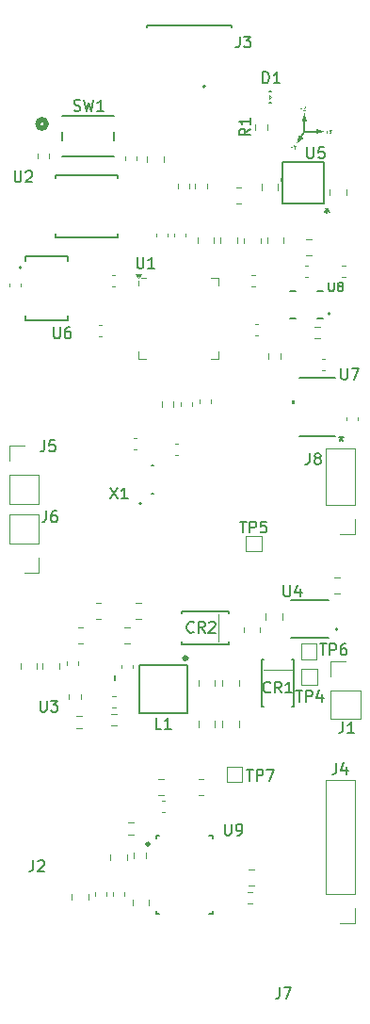
<source format=gbr>
%TF.GenerationSoftware,KiCad,Pcbnew,8.0.7*%
%TF.CreationDate,2025-01-08T02:27:13-05:00*%
%TF.ProjectId,active-drag-system,61637469-7665-42d6-9472-61672d737973,rev?*%
%TF.SameCoordinates,Original*%
%TF.FileFunction,Legend,Top*%
%TF.FilePolarity,Positive*%
%FSLAX46Y46*%
G04 Gerber Fmt 4.6, Leading zero omitted, Abs format (unit mm)*
G04 Created by KiCad (PCBNEW 8.0.7) date 2025-01-08 02:27:13*
%MOMM*%
%LPD*%
G01*
G04 APERTURE LIST*
%ADD10C,0.150000*%
%ADD11C,0.127000*%
%ADD12C,0.120000*%
%ADD13C,0.152400*%
%ADD14C,0.100000*%
%ADD15C,0.000000*%
%ADD16C,0.250000*%
%ADD17C,0.200000*%
%ADD18C,0.508000*%
%ADD19C,0.400000*%
G04 APERTURE END LIST*
D10*
X156566666Y-147154819D02*
X156566666Y-147869104D01*
X156566666Y-147869104D02*
X156519047Y-148011961D01*
X156519047Y-148011961D02*
X156423809Y-148107200D01*
X156423809Y-148107200D02*
X156280952Y-148154819D01*
X156280952Y-148154819D02*
X156185714Y-148154819D01*
X156947619Y-147154819D02*
X157614285Y-147154819D01*
X157614285Y-147154819D02*
X157185714Y-148154819D01*
X136238095Y-87804819D02*
X136238095Y-88614342D01*
X136238095Y-88614342D02*
X136285714Y-88709580D01*
X136285714Y-88709580D02*
X136333333Y-88757200D01*
X136333333Y-88757200D02*
X136428571Y-88804819D01*
X136428571Y-88804819D02*
X136619047Y-88804819D01*
X136619047Y-88804819D02*
X136714285Y-88757200D01*
X136714285Y-88757200D02*
X136761904Y-88709580D01*
X136761904Y-88709580D02*
X136809523Y-88614342D01*
X136809523Y-88614342D02*
X136809523Y-87804819D01*
X137714285Y-87804819D02*
X137523809Y-87804819D01*
X137523809Y-87804819D02*
X137428571Y-87852438D01*
X137428571Y-87852438D02*
X137380952Y-87900057D01*
X137380952Y-87900057D02*
X137285714Y-88042914D01*
X137285714Y-88042914D02*
X137238095Y-88233390D01*
X137238095Y-88233390D02*
X137238095Y-88614342D01*
X137238095Y-88614342D02*
X137285714Y-88709580D01*
X137285714Y-88709580D02*
X137333333Y-88757200D01*
X137333333Y-88757200D02*
X137428571Y-88804819D01*
X137428571Y-88804819D02*
X137619047Y-88804819D01*
X137619047Y-88804819D02*
X137714285Y-88757200D01*
X137714285Y-88757200D02*
X137761904Y-88709580D01*
X137761904Y-88709580D02*
X137809523Y-88614342D01*
X137809523Y-88614342D02*
X137809523Y-88376247D01*
X137809523Y-88376247D02*
X137761904Y-88281009D01*
X137761904Y-88281009D02*
X137714285Y-88233390D01*
X137714285Y-88233390D02*
X137619047Y-88185771D01*
X137619047Y-88185771D02*
X137428571Y-88185771D01*
X137428571Y-88185771D02*
X137333333Y-88233390D01*
X137333333Y-88233390D02*
X137285714Y-88281009D01*
X137285714Y-88281009D02*
X137238095Y-88376247D01*
X132738095Y-73754819D02*
X132738095Y-74564342D01*
X132738095Y-74564342D02*
X132785714Y-74659580D01*
X132785714Y-74659580D02*
X132833333Y-74707200D01*
X132833333Y-74707200D02*
X132928571Y-74754819D01*
X132928571Y-74754819D02*
X133119047Y-74754819D01*
X133119047Y-74754819D02*
X133214285Y-74707200D01*
X133214285Y-74707200D02*
X133261904Y-74659580D01*
X133261904Y-74659580D02*
X133309523Y-74564342D01*
X133309523Y-74564342D02*
X133309523Y-73754819D01*
X133738095Y-73850057D02*
X133785714Y-73802438D01*
X133785714Y-73802438D02*
X133880952Y-73754819D01*
X133880952Y-73754819D02*
X134119047Y-73754819D01*
X134119047Y-73754819D02*
X134214285Y-73802438D01*
X134214285Y-73802438D02*
X134261904Y-73850057D01*
X134261904Y-73850057D02*
X134309523Y-73945295D01*
X134309523Y-73945295D02*
X134309523Y-74040533D01*
X134309523Y-74040533D02*
X134261904Y-74183390D01*
X134261904Y-74183390D02*
X133690476Y-74754819D01*
X133690476Y-74754819D02*
X134309523Y-74754819D01*
X148833333Y-115159580D02*
X148785714Y-115207200D01*
X148785714Y-115207200D02*
X148642857Y-115254819D01*
X148642857Y-115254819D02*
X148547619Y-115254819D01*
X148547619Y-115254819D02*
X148404762Y-115207200D01*
X148404762Y-115207200D02*
X148309524Y-115111961D01*
X148309524Y-115111961D02*
X148261905Y-115016723D01*
X148261905Y-115016723D02*
X148214286Y-114826247D01*
X148214286Y-114826247D02*
X148214286Y-114683390D01*
X148214286Y-114683390D02*
X148261905Y-114492914D01*
X148261905Y-114492914D02*
X148309524Y-114397676D01*
X148309524Y-114397676D02*
X148404762Y-114302438D01*
X148404762Y-114302438D02*
X148547619Y-114254819D01*
X148547619Y-114254819D02*
X148642857Y-114254819D01*
X148642857Y-114254819D02*
X148785714Y-114302438D01*
X148785714Y-114302438D02*
X148833333Y-114350057D01*
X149833333Y-115254819D02*
X149500000Y-114778628D01*
X149261905Y-115254819D02*
X149261905Y-114254819D01*
X149261905Y-114254819D02*
X149642857Y-114254819D01*
X149642857Y-114254819D02*
X149738095Y-114302438D01*
X149738095Y-114302438D02*
X149785714Y-114350057D01*
X149785714Y-114350057D02*
X149833333Y-114445295D01*
X149833333Y-114445295D02*
X149833333Y-114588152D01*
X149833333Y-114588152D02*
X149785714Y-114683390D01*
X149785714Y-114683390D02*
X149738095Y-114731009D01*
X149738095Y-114731009D02*
X149642857Y-114778628D01*
X149642857Y-114778628D02*
X149261905Y-114778628D01*
X150214286Y-114350057D02*
X150261905Y-114302438D01*
X150261905Y-114302438D02*
X150357143Y-114254819D01*
X150357143Y-114254819D02*
X150595238Y-114254819D01*
X150595238Y-114254819D02*
X150690476Y-114302438D01*
X150690476Y-114302438D02*
X150738095Y-114350057D01*
X150738095Y-114350057D02*
X150785714Y-114445295D01*
X150785714Y-114445295D02*
X150785714Y-114540533D01*
X150785714Y-114540533D02*
X150738095Y-114683390D01*
X150738095Y-114683390D02*
X150166667Y-115254819D01*
X150166667Y-115254819D02*
X150785714Y-115254819D01*
X162088095Y-91504819D02*
X162088095Y-92314342D01*
X162088095Y-92314342D02*
X162135714Y-92409580D01*
X162135714Y-92409580D02*
X162183333Y-92457200D01*
X162183333Y-92457200D02*
X162278571Y-92504819D01*
X162278571Y-92504819D02*
X162469047Y-92504819D01*
X162469047Y-92504819D02*
X162564285Y-92457200D01*
X162564285Y-92457200D02*
X162611904Y-92409580D01*
X162611904Y-92409580D02*
X162659523Y-92314342D01*
X162659523Y-92314342D02*
X162659523Y-91504819D01*
X163040476Y-91504819D02*
X163707142Y-91504819D01*
X163707142Y-91504819D02*
X163278571Y-92504819D01*
X162100000Y-97554819D02*
X162100000Y-97792914D01*
X161861905Y-97697676D02*
X162100000Y-97792914D01*
X162100000Y-97792914D02*
X162338095Y-97697676D01*
X161957143Y-97983390D02*
X162100000Y-97792914D01*
X162100000Y-97792914D02*
X162242857Y-97983390D01*
X153588095Y-127554819D02*
X154159523Y-127554819D01*
X153873809Y-128554819D02*
X153873809Y-127554819D01*
X154492857Y-128554819D02*
X154492857Y-127554819D01*
X154492857Y-127554819D02*
X154873809Y-127554819D01*
X154873809Y-127554819D02*
X154969047Y-127602438D01*
X154969047Y-127602438D02*
X155016666Y-127650057D01*
X155016666Y-127650057D02*
X155064285Y-127745295D01*
X155064285Y-127745295D02*
X155064285Y-127888152D01*
X155064285Y-127888152D02*
X155016666Y-127983390D01*
X155016666Y-127983390D02*
X154969047Y-128031009D01*
X154969047Y-128031009D02*
X154873809Y-128078628D01*
X154873809Y-128078628D02*
X154492857Y-128078628D01*
X155397619Y-127554819D02*
X156064285Y-127554819D01*
X156064285Y-127554819D02*
X155635714Y-128554819D01*
X160185895Y-116254819D02*
X160757323Y-116254819D01*
X160471609Y-117254819D02*
X160471609Y-116254819D01*
X161090657Y-117254819D02*
X161090657Y-116254819D01*
X161090657Y-116254819D02*
X161471609Y-116254819D01*
X161471609Y-116254819D02*
X161566847Y-116302438D01*
X161566847Y-116302438D02*
X161614466Y-116350057D01*
X161614466Y-116350057D02*
X161662085Y-116445295D01*
X161662085Y-116445295D02*
X161662085Y-116588152D01*
X161662085Y-116588152D02*
X161614466Y-116683390D01*
X161614466Y-116683390D02*
X161566847Y-116731009D01*
X161566847Y-116731009D02*
X161471609Y-116778628D01*
X161471609Y-116778628D02*
X161090657Y-116778628D01*
X162519228Y-116254819D02*
X162328752Y-116254819D01*
X162328752Y-116254819D02*
X162233514Y-116302438D01*
X162233514Y-116302438D02*
X162185895Y-116350057D01*
X162185895Y-116350057D02*
X162090657Y-116492914D01*
X162090657Y-116492914D02*
X162043038Y-116683390D01*
X162043038Y-116683390D02*
X162043038Y-117064342D01*
X162043038Y-117064342D02*
X162090657Y-117159580D01*
X162090657Y-117159580D02*
X162138276Y-117207200D01*
X162138276Y-117207200D02*
X162233514Y-117254819D01*
X162233514Y-117254819D02*
X162423990Y-117254819D01*
X162423990Y-117254819D02*
X162519228Y-117207200D01*
X162519228Y-117207200D02*
X162566847Y-117159580D01*
X162566847Y-117159580D02*
X162614466Y-117064342D01*
X162614466Y-117064342D02*
X162614466Y-116826247D01*
X162614466Y-116826247D02*
X162566847Y-116731009D01*
X162566847Y-116731009D02*
X162519228Y-116683390D01*
X162519228Y-116683390D02*
X162423990Y-116635771D01*
X162423990Y-116635771D02*
X162233514Y-116635771D01*
X162233514Y-116635771D02*
X162138276Y-116683390D01*
X162138276Y-116683390D02*
X162090657Y-116731009D01*
X162090657Y-116731009D02*
X162043038Y-116826247D01*
X135416666Y-97954819D02*
X135416666Y-98669104D01*
X135416666Y-98669104D02*
X135369047Y-98811961D01*
X135369047Y-98811961D02*
X135273809Y-98907200D01*
X135273809Y-98907200D02*
X135130952Y-98954819D01*
X135130952Y-98954819D02*
X135035714Y-98954819D01*
X136369047Y-97954819D02*
X135892857Y-97954819D01*
X135892857Y-97954819D02*
X135845238Y-98431009D01*
X135845238Y-98431009D02*
X135892857Y-98383390D01*
X135892857Y-98383390D02*
X135988095Y-98335771D01*
X135988095Y-98335771D02*
X136226190Y-98335771D01*
X136226190Y-98335771D02*
X136321428Y-98383390D01*
X136321428Y-98383390D02*
X136369047Y-98431009D01*
X136369047Y-98431009D02*
X136416666Y-98526247D01*
X136416666Y-98526247D02*
X136416666Y-98764342D01*
X136416666Y-98764342D02*
X136369047Y-98859580D01*
X136369047Y-98859580D02*
X136321428Y-98907200D01*
X136321428Y-98907200D02*
X136226190Y-98954819D01*
X136226190Y-98954819D02*
X135988095Y-98954819D01*
X135988095Y-98954819D02*
X135892857Y-98907200D01*
X135892857Y-98907200D02*
X135845238Y-98859580D01*
X134416666Y-135704819D02*
X134416666Y-136419104D01*
X134416666Y-136419104D02*
X134369047Y-136561961D01*
X134369047Y-136561961D02*
X134273809Y-136657200D01*
X134273809Y-136657200D02*
X134130952Y-136704819D01*
X134130952Y-136704819D02*
X134035714Y-136704819D01*
X134845238Y-135800057D02*
X134892857Y-135752438D01*
X134892857Y-135752438D02*
X134988095Y-135704819D01*
X134988095Y-135704819D02*
X135226190Y-135704819D01*
X135226190Y-135704819D02*
X135321428Y-135752438D01*
X135321428Y-135752438D02*
X135369047Y-135800057D01*
X135369047Y-135800057D02*
X135416666Y-135895295D01*
X135416666Y-135895295D02*
X135416666Y-135990533D01*
X135416666Y-135990533D02*
X135369047Y-136133390D01*
X135369047Y-136133390D02*
X134797619Y-136704819D01*
X134797619Y-136704819D02*
X135416666Y-136704819D01*
X151638095Y-132454819D02*
X151638095Y-133264342D01*
X151638095Y-133264342D02*
X151685714Y-133359580D01*
X151685714Y-133359580D02*
X151733333Y-133407200D01*
X151733333Y-133407200D02*
X151828571Y-133454819D01*
X151828571Y-133454819D02*
X152019047Y-133454819D01*
X152019047Y-133454819D02*
X152114285Y-133407200D01*
X152114285Y-133407200D02*
X152161904Y-133359580D01*
X152161904Y-133359580D02*
X152209523Y-133264342D01*
X152209523Y-133264342D02*
X152209523Y-132454819D01*
X152733333Y-133454819D02*
X152923809Y-133454819D01*
X152923809Y-133454819D02*
X153019047Y-133407200D01*
X153019047Y-133407200D02*
X153066666Y-133359580D01*
X153066666Y-133359580D02*
X153161904Y-133216723D01*
X153161904Y-133216723D02*
X153209523Y-133026247D01*
X153209523Y-133026247D02*
X153209523Y-132645295D01*
X153209523Y-132645295D02*
X153161904Y-132550057D01*
X153161904Y-132550057D02*
X153114285Y-132502438D01*
X153114285Y-132502438D02*
X153019047Y-132454819D01*
X153019047Y-132454819D02*
X152828571Y-132454819D01*
X152828571Y-132454819D02*
X152733333Y-132502438D01*
X152733333Y-132502438D02*
X152685714Y-132550057D01*
X152685714Y-132550057D02*
X152638095Y-132645295D01*
X152638095Y-132645295D02*
X152638095Y-132883390D01*
X152638095Y-132883390D02*
X152685714Y-132978628D01*
X152685714Y-132978628D02*
X152733333Y-133026247D01*
X152733333Y-133026247D02*
X152828571Y-133073866D01*
X152828571Y-133073866D02*
X153019047Y-133073866D01*
X153019047Y-133073866D02*
X153114285Y-133026247D01*
X153114285Y-133026247D02*
X153161904Y-132978628D01*
X153161904Y-132978628D02*
X153209523Y-132883390D01*
X135566666Y-104304819D02*
X135566666Y-105019104D01*
X135566666Y-105019104D02*
X135519047Y-105161961D01*
X135519047Y-105161961D02*
X135423809Y-105257200D01*
X135423809Y-105257200D02*
X135280952Y-105304819D01*
X135280952Y-105304819D02*
X135185714Y-105304819D01*
X136471428Y-104304819D02*
X136280952Y-104304819D01*
X136280952Y-104304819D02*
X136185714Y-104352438D01*
X136185714Y-104352438D02*
X136138095Y-104400057D01*
X136138095Y-104400057D02*
X136042857Y-104542914D01*
X136042857Y-104542914D02*
X135995238Y-104733390D01*
X135995238Y-104733390D02*
X135995238Y-105114342D01*
X135995238Y-105114342D02*
X136042857Y-105209580D01*
X136042857Y-105209580D02*
X136090476Y-105257200D01*
X136090476Y-105257200D02*
X136185714Y-105304819D01*
X136185714Y-105304819D02*
X136376190Y-105304819D01*
X136376190Y-105304819D02*
X136471428Y-105257200D01*
X136471428Y-105257200D02*
X136519047Y-105209580D01*
X136519047Y-105209580D02*
X136566666Y-105114342D01*
X136566666Y-105114342D02*
X136566666Y-104876247D01*
X136566666Y-104876247D02*
X136519047Y-104781009D01*
X136519047Y-104781009D02*
X136471428Y-104733390D01*
X136471428Y-104733390D02*
X136376190Y-104685771D01*
X136376190Y-104685771D02*
X136185714Y-104685771D01*
X136185714Y-104685771D02*
X136090476Y-104733390D01*
X136090476Y-104733390D02*
X136042857Y-104781009D01*
X136042857Y-104781009D02*
X135995238Y-104876247D01*
X158035895Y-120454819D02*
X158607323Y-120454819D01*
X158321609Y-121454819D02*
X158321609Y-120454819D01*
X158940657Y-121454819D02*
X158940657Y-120454819D01*
X158940657Y-120454819D02*
X159321609Y-120454819D01*
X159321609Y-120454819D02*
X159416847Y-120502438D01*
X159416847Y-120502438D02*
X159464466Y-120550057D01*
X159464466Y-120550057D02*
X159512085Y-120645295D01*
X159512085Y-120645295D02*
X159512085Y-120788152D01*
X159512085Y-120788152D02*
X159464466Y-120883390D01*
X159464466Y-120883390D02*
X159416847Y-120931009D01*
X159416847Y-120931009D02*
X159321609Y-120978628D01*
X159321609Y-120978628D02*
X158940657Y-120978628D01*
X160369228Y-120788152D02*
X160369228Y-121454819D01*
X160131133Y-120407200D02*
X159893038Y-121121485D01*
X159893038Y-121121485D02*
X160512085Y-121121485D01*
X156935895Y-111004819D02*
X156935895Y-111814342D01*
X156935895Y-111814342D02*
X156983514Y-111909580D01*
X156983514Y-111909580D02*
X157031133Y-111957200D01*
X157031133Y-111957200D02*
X157126371Y-112004819D01*
X157126371Y-112004819D02*
X157316847Y-112004819D01*
X157316847Y-112004819D02*
X157412085Y-111957200D01*
X157412085Y-111957200D02*
X157459704Y-111909580D01*
X157459704Y-111909580D02*
X157507323Y-111814342D01*
X157507323Y-111814342D02*
X157507323Y-111004819D01*
X158412085Y-111338152D02*
X158412085Y-112004819D01*
X158173990Y-110957200D02*
X157935895Y-111671485D01*
X157935895Y-111671485D02*
X158554942Y-111671485D01*
X155061905Y-65854819D02*
X155061905Y-64854819D01*
X155061905Y-64854819D02*
X155300000Y-64854819D01*
X155300000Y-64854819D02*
X155442857Y-64902438D01*
X155442857Y-64902438D02*
X155538095Y-64997676D01*
X155538095Y-64997676D02*
X155585714Y-65092914D01*
X155585714Y-65092914D02*
X155633333Y-65283390D01*
X155633333Y-65283390D02*
X155633333Y-65426247D01*
X155633333Y-65426247D02*
X155585714Y-65616723D01*
X155585714Y-65616723D02*
X155538095Y-65711961D01*
X155538095Y-65711961D02*
X155442857Y-65807200D01*
X155442857Y-65807200D02*
X155300000Y-65854819D01*
X155300000Y-65854819D02*
X155061905Y-65854819D01*
X156585714Y-65854819D02*
X156014286Y-65854819D01*
X156300000Y-65854819D02*
X156300000Y-64854819D01*
X156300000Y-64854819D02*
X156204762Y-64997676D01*
X156204762Y-64997676D02*
X156109524Y-65092914D01*
X156109524Y-65092914D02*
X156014286Y-65140533D01*
D11*
X160990476Y-83763491D02*
X160990476Y-84411110D01*
X160990476Y-84411110D02*
X161028571Y-84487300D01*
X161028571Y-84487300D02*
X161066666Y-84525396D01*
X161066666Y-84525396D02*
X161142857Y-84563491D01*
X161142857Y-84563491D02*
X161295238Y-84563491D01*
X161295238Y-84563491D02*
X161371428Y-84525396D01*
X161371428Y-84525396D02*
X161409523Y-84487300D01*
X161409523Y-84487300D02*
X161447619Y-84411110D01*
X161447619Y-84411110D02*
X161447619Y-83763491D01*
X161942856Y-84106348D02*
X161866666Y-84068253D01*
X161866666Y-84068253D02*
X161828571Y-84030157D01*
X161828571Y-84030157D02*
X161790475Y-83953967D01*
X161790475Y-83953967D02*
X161790475Y-83915872D01*
X161790475Y-83915872D02*
X161828571Y-83839681D01*
X161828571Y-83839681D02*
X161866666Y-83801586D01*
X161866666Y-83801586D02*
X161942856Y-83763491D01*
X161942856Y-83763491D02*
X162095237Y-83763491D01*
X162095237Y-83763491D02*
X162171428Y-83801586D01*
X162171428Y-83801586D02*
X162209523Y-83839681D01*
X162209523Y-83839681D02*
X162247618Y-83915872D01*
X162247618Y-83915872D02*
X162247618Y-83953967D01*
X162247618Y-83953967D02*
X162209523Y-84030157D01*
X162209523Y-84030157D02*
X162171428Y-84068253D01*
X162171428Y-84068253D02*
X162095237Y-84106348D01*
X162095237Y-84106348D02*
X161942856Y-84106348D01*
X161942856Y-84106348D02*
X161866666Y-84144443D01*
X161866666Y-84144443D02*
X161828571Y-84182538D01*
X161828571Y-84182538D02*
X161790475Y-84258729D01*
X161790475Y-84258729D02*
X161790475Y-84411110D01*
X161790475Y-84411110D02*
X161828571Y-84487300D01*
X161828571Y-84487300D02*
X161866666Y-84525396D01*
X161866666Y-84525396D02*
X161942856Y-84563491D01*
X161942856Y-84563491D02*
X162095237Y-84563491D01*
X162095237Y-84563491D02*
X162171428Y-84525396D01*
X162171428Y-84525396D02*
X162209523Y-84487300D01*
X162209523Y-84487300D02*
X162247618Y-84411110D01*
X162247618Y-84411110D02*
X162247618Y-84258729D01*
X162247618Y-84258729D02*
X162209523Y-84182538D01*
X162209523Y-84182538D02*
X162171428Y-84144443D01*
X162171428Y-84144443D02*
X162095237Y-84106348D01*
D10*
X141340476Y-102204819D02*
X142007142Y-103204819D01*
X142007142Y-102204819D02*
X141340476Y-103204819D01*
X142911904Y-103204819D02*
X142340476Y-103204819D01*
X142626190Y-103204819D02*
X142626190Y-102204819D01*
X142626190Y-102204819D02*
X142530952Y-102347676D01*
X142530952Y-102347676D02*
X142435714Y-102442914D01*
X142435714Y-102442914D02*
X142340476Y-102490533D01*
X135038095Y-121354819D02*
X135038095Y-122164342D01*
X135038095Y-122164342D02*
X135085714Y-122259580D01*
X135085714Y-122259580D02*
X135133333Y-122307200D01*
X135133333Y-122307200D02*
X135228571Y-122354819D01*
X135228571Y-122354819D02*
X135419047Y-122354819D01*
X135419047Y-122354819D02*
X135514285Y-122307200D01*
X135514285Y-122307200D02*
X135561904Y-122259580D01*
X135561904Y-122259580D02*
X135609523Y-122164342D01*
X135609523Y-122164342D02*
X135609523Y-121354819D01*
X135990476Y-121354819D02*
X136609523Y-121354819D01*
X136609523Y-121354819D02*
X136276190Y-121735771D01*
X136276190Y-121735771D02*
X136419047Y-121735771D01*
X136419047Y-121735771D02*
X136514285Y-121783390D01*
X136514285Y-121783390D02*
X136561904Y-121831009D01*
X136561904Y-121831009D02*
X136609523Y-121926247D01*
X136609523Y-121926247D02*
X136609523Y-122164342D01*
X136609523Y-122164342D02*
X136561904Y-122259580D01*
X136561904Y-122259580D02*
X136514285Y-122307200D01*
X136514285Y-122307200D02*
X136419047Y-122354819D01*
X136419047Y-122354819D02*
X136133333Y-122354819D01*
X136133333Y-122354819D02*
X136038095Y-122307200D01*
X136038095Y-122307200D02*
X135990476Y-122259580D01*
X138066667Y-68307200D02*
X138209524Y-68354819D01*
X138209524Y-68354819D02*
X138447619Y-68354819D01*
X138447619Y-68354819D02*
X138542857Y-68307200D01*
X138542857Y-68307200D02*
X138590476Y-68259580D01*
X138590476Y-68259580D02*
X138638095Y-68164342D01*
X138638095Y-68164342D02*
X138638095Y-68069104D01*
X138638095Y-68069104D02*
X138590476Y-67973866D01*
X138590476Y-67973866D02*
X138542857Y-67926247D01*
X138542857Y-67926247D02*
X138447619Y-67878628D01*
X138447619Y-67878628D02*
X138257143Y-67831009D01*
X138257143Y-67831009D02*
X138161905Y-67783390D01*
X138161905Y-67783390D02*
X138114286Y-67735771D01*
X138114286Y-67735771D02*
X138066667Y-67640533D01*
X138066667Y-67640533D02*
X138066667Y-67545295D01*
X138066667Y-67545295D02*
X138114286Y-67450057D01*
X138114286Y-67450057D02*
X138161905Y-67402438D01*
X138161905Y-67402438D02*
X138257143Y-67354819D01*
X138257143Y-67354819D02*
X138495238Y-67354819D01*
X138495238Y-67354819D02*
X138638095Y-67402438D01*
X138971429Y-67354819D02*
X139209524Y-68354819D01*
X139209524Y-68354819D02*
X139400000Y-67640533D01*
X139400000Y-67640533D02*
X139590476Y-68354819D01*
X139590476Y-68354819D02*
X139828572Y-67354819D01*
X140733333Y-68354819D02*
X140161905Y-68354819D01*
X140447619Y-68354819D02*
X140447619Y-67354819D01*
X140447619Y-67354819D02*
X140352381Y-67497676D01*
X140352381Y-67497676D02*
X140257143Y-67592914D01*
X140257143Y-67592914D02*
X140161905Y-67640533D01*
X161666666Y-126954819D02*
X161666666Y-127669104D01*
X161666666Y-127669104D02*
X161619047Y-127811961D01*
X161619047Y-127811961D02*
X161523809Y-127907200D01*
X161523809Y-127907200D02*
X161380952Y-127954819D01*
X161380952Y-127954819D02*
X161285714Y-127954819D01*
X162571428Y-127288152D02*
X162571428Y-127954819D01*
X162333333Y-126907200D02*
X162095238Y-127621485D01*
X162095238Y-127621485D02*
X162714285Y-127621485D01*
X143738095Y-81504819D02*
X143738095Y-82314342D01*
X143738095Y-82314342D02*
X143785714Y-82409580D01*
X143785714Y-82409580D02*
X143833333Y-82457200D01*
X143833333Y-82457200D02*
X143928571Y-82504819D01*
X143928571Y-82504819D02*
X144119047Y-82504819D01*
X144119047Y-82504819D02*
X144214285Y-82457200D01*
X144214285Y-82457200D02*
X144261904Y-82409580D01*
X144261904Y-82409580D02*
X144309523Y-82314342D01*
X144309523Y-82314342D02*
X144309523Y-81504819D01*
X145309523Y-82504819D02*
X144738095Y-82504819D01*
X145023809Y-82504819D02*
X145023809Y-81504819D01*
X145023809Y-81504819D02*
X144928571Y-81647676D01*
X144928571Y-81647676D02*
X144833333Y-81742914D01*
X144833333Y-81742914D02*
X144738095Y-81790533D01*
X145931133Y-123904819D02*
X145454943Y-123904819D01*
X145454943Y-123904819D02*
X145454943Y-122904819D01*
X146788276Y-123904819D02*
X146216848Y-123904819D01*
X146502562Y-123904819D02*
X146502562Y-122904819D01*
X146502562Y-122904819D02*
X146407324Y-123047676D01*
X146407324Y-123047676D02*
X146312086Y-123142914D01*
X146312086Y-123142914D02*
X146216848Y-123190533D01*
X162266666Y-123254819D02*
X162266666Y-123969104D01*
X162266666Y-123969104D02*
X162219047Y-124111961D01*
X162219047Y-124111961D02*
X162123809Y-124207200D01*
X162123809Y-124207200D02*
X161980952Y-124254819D01*
X161980952Y-124254819D02*
X161885714Y-124254819D01*
X163266666Y-124254819D02*
X162695238Y-124254819D01*
X162980952Y-124254819D02*
X162980952Y-123254819D01*
X162980952Y-123254819D02*
X162885714Y-123397676D01*
X162885714Y-123397676D02*
X162790476Y-123492914D01*
X162790476Y-123492914D02*
X162695238Y-123540533D01*
X159266666Y-99134819D02*
X159266666Y-99849104D01*
X159266666Y-99849104D02*
X159219047Y-99991961D01*
X159219047Y-99991961D02*
X159123809Y-100087200D01*
X159123809Y-100087200D02*
X158980952Y-100134819D01*
X158980952Y-100134819D02*
X158885714Y-100134819D01*
X159885714Y-99563390D02*
X159790476Y-99515771D01*
X159790476Y-99515771D02*
X159742857Y-99468152D01*
X159742857Y-99468152D02*
X159695238Y-99372914D01*
X159695238Y-99372914D02*
X159695238Y-99325295D01*
X159695238Y-99325295D02*
X159742857Y-99230057D01*
X159742857Y-99230057D02*
X159790476Y-99182438D01*
X159790476Y-99182438D02*
X159885714Y-99134819D01*
X159885714Y-99134819D02*
X160076190Y-99134819D01*
X160076190Y-99134819D02*
X160171428Y-99182438D01*
X160171428Y-99182438D02*
X160219047Y-99230057D01*
X160219047Y-99230057D02*
X160266666Y-99325295D01*
X160266666Y-99325295D02*
X160266666Y-99372914D01*
X160266666Y-99372914D02*
X160219047Y-99468152D01*
X160219047Y-99468152D02*
X160171428Y-99515771D01*
X160171428Y-99515771D02*
X160076190Y-99563390D01*
X160076190Y-99563390D02*
X159885714Y-99563390D01*
X159885714Y-99563390D02*
X159790476Y-99611009D01*
X159790476Y-99611009D02*
X159742857Y-99658628D01*
X159742857Y-99658628D02*
X159695238Y-99753866D01*
X159695238Y-99753866D02*
X159695238Y-99944342D01*
X159695238Y-99944342D02*
X159742857Y-100039580D01*
X159742857Y-100039580D02*
X159790476Y-100087200D01*
X159790476Y-100087200D02*
X159885714Y-100134819D01*
X159885714Y-100134819D02*
X160076190Y-100134819D01*
X160076190Y-100134819D02*
X160171428Y-100087200D01*
X160171428Y-100087200D02*
X160219047Y-100039580D01*
X160219047Y-100039580D02*
X160266666Y-99944342D01*
X160266666Y-99944342D02*
X160266666Y-99753866D01*
X160266666Y-99753866D02*
X160219047Y-99658628D01*
X160219047Y-99658628D02*
X160171428Y-99611009D01*
X160171428Y-99611009D02*
X160076190Y-99563390D01*
X152988095Y-105256819D02*
X153559523Y-105256819D01*
X153273809Y-106256819D02*
X153273809Y-105256819D01*
X153892857Y-106256819D02*
X153892857Y-105256819D01*
X153892857Y-105256819D02*
X154273809Y-105256819D01*
X154273809Y-105256819D02*
X154369047Y-105304438D01*
X154369047Y-105304438D02*
X154416666Y-105352057D01*
X154416666Y-105352057D02*
X154464285Y-105447295D01*
X154464285Y-105447295D02*
X154464285Y-105590152D01*
X154464285Y-105590152D02*
X154416666Y-105685390D01*
X154416666Y-105685390D02*
X154369047Y-105733009D01*
X154369047Y-105733009D02*
X154273809Y-105780628D01*
X154273809Y-105780628D02*
X153892857Y-105780628D01*
X155369047Y-105256819D02*
X154892857Y-105256819D01*
X154892857Y-105256819D02*
X154845238Y-105733009D01*
X154845238Y-105733009D02*
X154892857Y-105685390D01*
X154892857Y-105685390D02*
X154988095Y-105637771D01*
X154988095Y-105637771D02*
X155226190Y-105637771D01*
X155226190Y-105637771D02*
X155321428Y-105685390D01*
X155321428Y-105685390D02*
X155369047Y-105733009D01*
X155369047Y-105733009D02*
X155416666Y-105828247D01*
X155416666Y-105828247D02*
X155416666Y-106066342D01*
X155416666Y-106066342D02*
X155369047Y-106161580D01*
X155369047Y-106161580D02*
X155321428Y-106209200D01*
X155321428Y-106209200D02*
X155226190Y-106256819D01*
X155226190Y-106256819D02*
X154988095Y-106256819D01*
X154988095Y-106256819D02*
X154892857Y-106209200D01*
X154892857Y-106209200D02*
X154845238Y-106161580D01*
X152966666Y-61654819D02*
X152966666Y-62369104D01*
X152966666Y-62369104D02*
X152919047Y-62511961D01*
X152919047Y-62511961D02*
X152823809Y-62607200D01*
X152823809Y-62607200D02*
X152680952Y-62654819D01*
X152680952Y-62654819D02*
X152585714Y-62654819D01*
X153347619Y-61654819D02*
X153966666Y-61654819D01*
X153966666Y-61654819D02*
X153633333Y-62035771D01*
X153633333Y-62035771D02*
X153776190Y-62035771D01*
X153776190Y-62035771D02*
X153871428Y-62083390D01*
X153871428Y-62083390D02*
X153919047Y-62131009D01*
X153919047Y-62131009D02*
X153966666Y-62226247D01*
X153966666Y-62226247D02*
X153966666Y-62464342D01*
X153966666Y-62464342D02*
X153919047Y-62559580D01*
X153919047Y-62559580D02*
X153871428Y-62607200D01*
X153871428Y-62607200D02*
X153776190Y-62654819D01*
X153776190Y-62654819D02*
X153490476Y-62654819D01*
X153490476Y-62654819D02*
X153395238Y-62607200D01*
X153395238Y-62607200D02*
X153347619Y-62559580D01*
X153924819Y-69966666D02*
X153448628Y-70299999D01*
X153924819Y-70538094D02*
X152924819Y-70538094D01*
X152924819Y-70538094D02*
X152924819Y-70157142D01*
X152924819Y-70157142D02*
X152972438Y-70061904D01*
X152972438Y-70061904D02*
X153020057Y-70014285D01*
X153020057Y-70014285D02*
X153115295Y-69966666D01*
X153115295Y-69966666D02*
X153258152Y-69966666D01*
X153258152Y-69966666D02*
X153353390Y-70014285D01*
X153353390Y-70014285D02*
X153401009Y-70061904D01*
X153401009Y-70061904D02*
X153448628Y-70157142D01*
X153448628Y-70157142D02*
X153448628Y-70538094D01*
X153924819Y-69014285D02*
X153924819Y-69585713D01*
X153924819Y-69299999D02*
X152924819Y-69299999D01*
X152924819Y-69299999D02*
X153067676Y-69395237D01*
X153067676Y-69395237D02*
X153162914Y-69490475D01*
X153162914Y-69490475D02*
X153210533Y-69585713D01*
X155731133Y-120559580D02*
X155683514Y-120607200D01*
X155683514Y-120607200D02*
X155540657Y-120654819D01*
X155540657Y-120654819D02*
X155445419Y-120654819D01*
X155445419Y-120654819D02*
X155302562Y-120607200D01*
X155302562Y-120607200D02*
X155207324Y-120511961D01*
X155207324Y-120511961D02*
X155159705Y-120416723D01*
X155159705Y-120416723D02*
X155112086Y-120226247D01*
X155112086Y-120226247D02*
X155112086Y-120083390D01*
X155112086Y-120083390D02*
X155159705Y-119892914D01*
X155159705Y-119892914D02*
X155207324Y-119797676D01*
X155207324Y-119797676D02*
X155302562Y-119702438D01*
X155302562Y-119702438D02*
X155445419Y-119654819D01*
X155445419Y-119654819D02*
X155540657Y-119654819D01*
X155540657Y-119654819D02*
X155683514Y-119702438D01*
X155683514Y-119702438D02*
X155731133Y-119750057D01*
X156731133Y-120654819D02*
X156397800Y-120178628D01*
X156159705Y-120654819D02*
X156159705Y-119654819D01*
X156159705Y-119654819D02*
X156540657Y-119654819D01*
X156540657Y-119654819D02*
X156635895Y-119702438D01*
X156635895Y-119702438D02*
X156683514Y-119750057D01*
X156683514Y-119750057D02*
X156731133Y-119845295D01*
X156731133Y-119845295D02*
X156731133Y-119988152D01*
X156731133Y-119988152D02*
X156683514Y-120083390D01*
X156683514Y-120083390D02*
X156635895Y-120131009D01*
X156635895Y-120131009D02*
X156540657Y-120178628D01*
X156540657Y-120178628D02*
X156159705Y-120178628D01*
X157683514Y-120654819D02*
X157112086Y-120654819D01*
X157397800Y-120654819D02*
X157397800Y-119654819D01*
X157397800Y-119654819D02*
X157302562Y-119797676D01*
X157302562Y-119797676D02*
X157207324Y-119892914D01*
X157207324Y-119892914D02*
X157112086Y-119940533D01*
X159038095Y-71604819D02*
X159038095Y-72414342D01*
X159038095Y-72414342D02*
X159085714Y-72509580D01*
X159085714Y-72509580D02*
X159133333Y-72557200D01*
X159133333Y-72557200D02*
X159228571Y-72604819D01*
X159228571Y-72604819D02*
X159419047Y-72604819D01*
X159419047Y-72604819D02*
X159514285Y-72557200D01*
X159514285Y-72557200D02*
X159561904Y-72509580D01*
X159561904Y-72509580D02*
X159609523Y-72414342D01*
X159609523Y-72414342D02*
X159609523Y-71604819D01*
X160561904Y-71604819D02*
X160085714Y-71604819D01*
X160085714Y-71604819D02*
X160038095Y-72081009D01*
X160038095Y-72081009D02*
X160085714Y-72033390D01*
X160085714Y-72033390D02*
X160180952Y-71985771D01*
X160180952Y-71985771D02*
X160419047Y-71985771D01*
X160419047Y-71985771D02*
X160514285Y-72033390D01*
X160514285Y-72033390D02*
X160561904Y-72081009D01*
X160561904Y-72081009D02*
X160609523Y-72176247D01*
X160609523Y-72176247D02*
X160609523Y-72414342D01*
X160609523Y-72414342D02*
X160561904Y-72509580D01*
X160561904Y-72509580D02*
X160514285Y-72557200D01*
X160514285Y-72557200D02*
X160419047Y-72604819D01*
X160419047Y-72604819D02*
X160180952Y-72604819D01*
X160180952Y-72604819D02*
X160085714Y-72557200D01*
X160085714Y-72557200D02*
X160038095Y-72509580D01*
X160838599Y-77545180D02*
X160838599Y-77307085D01*
X161076694Y-77402323D02*
X160838599Y-77307085D01*
X160838599Y-77307085D02*
X160600504Y-77402323D01*
X160981456Y-77116609D02*
X160838599Y-77307085D01*
X160838599Y-77307085D02*
X160695742Y-77116609D01*
D12*
%TO.C,C29*%
X161065000Y-75911252D02*
X161065000Y-75388748D01*
X162535000Y-75911252D02*
X162535000Y-75388748D01*
D13*
%TO.C,U6*%
X133720400Y-81417100D02*
X133720400Y-81883148D01*
X133720400Y-86716852D02*
X133720400Y-87182900D01*
X133720400Y-87182900D02*
X137479600Y-87182900D01*
X137479600Y-81417100D02*
X133720400Y-81417100D01*
X137479600Y-81883148D02*
X137479600Y-81417100D01*
X137479600Y-87182900D02*
X137479600Y-86716852D01*
X133303500Y-82425000D02*
G75*
G02*
X133151100Y-82425000I-76200J0D01*
G01*
X133151100Y-82425000D02*
G75*
G02*
X133303500Y-82425000I76200J0D01*
G01*
D12*
%TO.C,C32*%
X162540000Y-96190580D02*
X162540000Y-95909420D01*
X163560000Y-96190580D02*
X163560000Y-95909420D01*
%TO.C,R8*%
X145977500Y-94487742D02*
X145977500Y-94962258D01*
X147022500Y-94487742D02*
X147022500Y-94962258D01*
D13*
%TO.C,U2*%
X136406000Y-74106000D02*
X136406000Y-74407656D01*
X136406000Y-79392344D02*
X136406000Y-79694000D01*
X136406000Y-79694000D02*
X141994000Y-79694000D01*
X141994000Y-74106000D02*
X136406000Y-74106000D01*
X141994000Y-74407656D02*
X141994000Y-74106000D01*
X141994000Y-79694000D02*
X141994000Y-79392344D01*
%TO.C,CR2*%
X147729100Y-113326800D02*
X147729100Y-113514760D01*
X147729100Y-116085240D02*
X147729100Y-116273200D01*
X147729100Y-116273200D02*
X151970900Y-116273200D01*
D14*
X151100000Y-116050000D02*
X151100000Y-113550000D01*
D13*
X151970900Y-113326800D02*
X147729100Y-113326800D01*
X151970900Y-113514760D02*
X151970900Y-113326800D01*
X151970900Y-116273200D02*
X151970900Y-116085240D01*
%TO.C,U7*%
X158323000Y-97558502D02*
X161577000Y-97558502D01*
X161577000Y-92304502D02*
X158323000Y-92304502D01*
D15*
G36*
X157918599Y-94722003D02*
G01*
X157664599Y-94722003D01*
X157664599Y-94341003D01*
X157918599Y-94341003D01*
X157918599Y-94722003D01*
G37*
D12*
%TO.C,C13*%
X144665000Y-72961252D02*
X144665000Y-72438748D01*
X146135000Y-72961252D02*
X146135000Y-72438748D01*
%TO.C,R12*%
X140027037Y-112565126D02*
X140481165Y-112565126D01*
X140027037Y-114035126D02*
X140481165Y-114035126D01*
%TO.C,C19*%
X137444101Y-117859546D02*
X137444101Y-118140706D01*
X138464101Y-117859546D02*
X138464101Y-118140706D01*
%TO.C,R9*%
X134777500Y-72162742D02*
X134777500Y-72637258D01*
X135822500Y-72162742D02*
X135822500Y-72637258D01*
%TO.C,TP7*%
X151800000Y-127300000D02*
X153200000Y-127300000D01*
X151800000Y-128700000D02*
X151800000Y-127300000D01*
X153200000Y-127300000D02*
X153200000Y-128700000D01*
X153200000Y-128700000D02*
X151800000Y-128700000D01*
%TO.C,R11*%
X141416843Y-122577626D02*
X141891359Y-122577626D01*
X141416843Y-123622626D02*
X141891359Y-123622626D01*
%TO.C,C31*%
X162184420Y-82290000D02*
X162465580Y-82290000D01*
X162184420Y-83310000D02*
X162465580Y-83310000D01*
%TO.C,TP6*%
X158497800Y-116250000D02*
X159897800Y-116250000D01*
X158497800Y-117650000D02*
X158497800Y-116250000D01*
X159897800Y-116250000D02*
X159897800Y-117650000D01*
X159897800Y-117650000D02*
X158497800Y-117650000D01*
%TO.C,C38*%
X141590000Y-138890580D02*
X141590000Y-138609420D01*
X142610000Y-138890580D02*
X142610000Y-138609420D01*
%TO.C,R20*%
X143477500Y-135487258D02*
X143477500Y-135012742D01*
X144522500Y-135487258D02*
X144522500Y-135012742D01*
%TO.C,R18*%
X146114564Y-128415000D02*
X145660436Y-128415000D01*
X146114564Y-129885000D02*
X145660436Y-129885000D01*
%TO.C,C22*%
X151440887Y-123188748D02*
X151440887Y-123711252D01*
X152910887Y-123188748D02*
X152910887Y-123711252D01*
%TO.C,C20*%
X149240887Y-120061252D02*
X149240887Y-119538748D01*
X150710887Y-120061252D02*
X150710887Y-119538748D01*
%TO.C,J5*%
X132270000Y-98445000D02*
X133600000Y-98445000D01*
X132270000Y-99775000D02*
X132270000Y-98445000D01*
X132270000Y-101045000D02*
X132270000Y-103645000D01*
X132270000Y-101045000D02*
X134930000Y-101045000D01*
X132270000Y-103645000D02*
X134930000Y-103645000D01*
X134930000Y-101045000D02*
X134930000Y-103645000D01*
%TO.C,R6*%
X160212258Y-87777500D02*
X159737742Y-87777500D01*
X160212258Y-88822500D02*
X159737742Y-88822500D01*
%TO.C,R3*%
X147377500Y-74862742D02*
X147377500Y-75337258D01*
X148422500Y-74862742D02*
X148422500Y-75337258D01*
%TO.C,C10*%
X143690580Y-97790000D02*
X143409420Y-97790000D01*
X143690580Y-98810000D02*
X143409420Y-98810000D01*
%TO.C,C16*%
X142344101Y-118159546D02*
X142344101Y-118440706D01*
X143364101Y-118159546D02*
X143364101Y-118440706D01*
D10*
%TO.C,U9*%
X145450000Y-133449999D02*
X145749999Y-133449999D01*
X145450000Y-133749999D02*
X145450000Y-133449999D01*
X145450000Y-140550001D02*
X145450000Y-140250001D01*
X145450000Y-140550001D02*
X145749999Y-140550001D01*
X150250001Y-133449999D02*
X150550000Y-133449999D01*
X150250001Y-140550001D02*
X150550000Y-140550001D01*
X150550000Y-133749999D02*
X150550000Y-133449999D01*
X150550000Y-140550001D02*
X150550000Y-140250001D01*
D16*
X144850001Y-134250000D02*
G75*
G02*
X144599999Y-134250000I-125001J0D01*
G01*
X144599999Y-134250000D02*
G75*
G02*
X144850001Y-134250000I125001J0D01*
G01*
D12*
%TO.C,R13*%
X143081165Y-114765126D02*
X142627037Y-114765126D01*
X143081165Y-116235126D02*
X142627037Y-116235126D01*
%TO.C,C30*%
X154915000Y-74938748D02*
X154915000Y-75461252D01*
X156385000Y-74938748D02*
X156385000Y-75461252D01*
%TO.C,J6*%
X132270000Y-107255000D02*
X132270000Y-104655000D01*
X134930000Y-104655000D02*
X132270000Y-104655000D01*
X134930000Y-107255000D02*
X132270000Y-107255000D01*
X134930000Y-107255000D02*
X134930000Y-104655000D01*
X134930000Y-108525000D02*
X134930000Y-109855000D01*
X134930000Y-109855000D02*
X133600000Y-109855000D01*
%TO.C,C33*%
X158859420Y-82290000D02*
X159140580Y-82290000D01*
X158859420Y-83310000D02*
X159140580Y-83310000D01*
%TO.C,R21*%
X154137258Y-138527500D02*
X153662742Y-138527500D01*
X154137258Y-139572500D02*
X153662742Y-139572500D01*
%TO.C,C26*%
X155314400Y-114061252D02*
X155314400Y-113538748D01*
X156784400Y-114061252D02*
X156784400Y-113538748D01*
%TO.C,R19*%
X142962742Y-132327500D02*
X143437258Y-132327500D01*
X142962742Y-133372500D02*
X143437258Y-133372500D01*
%TO.C,C5*%
X155465000Y-80261252D02*
X155465000Y-79738748D01*
X156935000Y-80261252D02*
X156935000Y-79738748D01*
%TO.C,C9*%
X154359420Y-87490000D02*
X154640580Y-87490000D01*
X154359420Y-88510000D02*
X154640580Y-88510000D01*
%TO.C,TP4*%
X158547800Y-118500000D02*
X159947800Y-118500000D01*
X158547800Y-119900000D02*
X158547800Y-118500000D01*
X159947800Y-118500000D02*
X159947800Y-119900000D01*
X159947800Y-119900000D02*
X158547800Y-119900000D01*
%TO.C,C24*%
X141513521Y-120990126D02*
X141794681Y-120990126D01*
X141513521Y-122010126D02*
X141794681Y-122010126D01*
%TO.C,C8*%
X140565580Y-87590000D02*
X140284420Y-87590000D01*
X140565580Y-88610000D02*
X140284420Y-88610000D01*
D13*
%TO.C,U4*%
X157573600Y-115676400D02*
X160926400Y-115676400D01*
X160926400Y-112323600D02*
X157573600Y-112323600D01*
X161757000Y-114950000D02*
G75*
G02*
X161604600Y-114950000I-76200J0D01*
G01*
X161604600Y-114950000D02*
G75*
G02*
X161757000Y-114950000I76200J0D01*
G01*
D12*
%TO.C,C39*%
X143365000Y-139761252D02*
X143365000Y-139238748D01*
X144835000Y-139761252D02*
X144835000Y-139238748D01*
D14*
%TO.C,D1*%
X155590000Y-66950000D02*
X155830000Y-67100000D01*
X155590000Y-67240000D02*
X155590000Y-66950000D01*
D17*
X155600000Y-66600000D02*
X155800000Y-66600000D01*
X155800000Y-67600000D02*
X155600000Y-67600000D01*
D14*
X155830000Y-67100000D02*
X155590000Y-67240000D01*
D12*
%TO.C,R5*%
X155577500Y-90637258D02*
X155577500Y-90162742D01*
X156622500Y-90637258D02*
X156622500Y-90162742D01*
D11*
%TO.C,U8*%
X157500000Y-84540000D02*
X158010000Y-84540000D01*
X158010000Y-87040000D02*
X157500000Y-87040000D01*
X160500000Y-84540000D02*
X159990000Y-84540000D01*
X160500000Y-87040000D02*
X159990000Y-87040000D01*
D17*
X161100000Y-86590000D02*
G75*
G02*
X160900000Y-86590000I-100000J0D01*
G01*
X160900000Y-86590000D02*
G75*
G02*
X161100000Y-86590000I100000J0D01*
G01*
D12*
%TO.C,C15*%
X149390000Y-94309420D02*
X149390000Y-94590580D01*
X150410000Y-94309420D02*
X150410000Y-94590580D01*
%TO.C,R14*%
X138791359Y-122777626D02*
X138316843Y-122777626D01*
X138791359Y-123822626D02*
X138316843Y-123822626D01*
%TO.C,C3*%
X149165000Y-80211252D02*
X149165000Y-79688748D01*
X150635000Y-80211252D02*
X150635000Y-79688748D01*
%TO.C,C2*%
X145490000Y-79640580D02*
X145490000Y-79359420D01*
X146510000Y-79640580D02*
X146510000Y-79359420D01*
%TO.C,C21*%
X149240887Y-123188748D02*
X149240887Y-123711252D01*
X150710887Y-123188748D02*
X150710887Y-123711252D01*
%TO.C,C41*%
X154261252Y-136515000D02*
X153738748Y-136515000D01*
X154261252Y-137985000D02*
X153738748Y-137985000D01*
%TO.C,C18*%
X133265000Y-117988748D02*
X133265000Y-118511252D01*
X134735000Y-117988748D02*
X134735000Y-118511252D01*
D11*
%TO.C,X1*%
X145070000Y-100250000D02*
X145230000Y-100250000D01*
X145070000Y-102750000D02*
X145230000Y-102750000D01*
D17*
X144150000Y-103650000D02*
G75*
G02*
X143950000Y-103650000I-100000J0D01*
G01*
X143950000Y-103650000D02*
G75*
G02*
X144150000Y-103650000I100000J0D01*
G01*
D12*
%TO.C,C6*%
X141740580Y-83090000D02*
X141459420Y-83090000D01*
X141740580Y-84110000D02*
X141459420Y-84110000D01*
%TO.C,C35*%
X160640580Y-90640000D02*
X160359420Y-90640000D01*
X160640580Y-91660000D02*
X160359420Y-91660000D01*
D13*
%TO.C,U3*%
X141735201Y-119059866D02*
X141735201Y-119559849D01*
D12*
%TO.C,C4*%
X151265000Y-80261252D02*
X151265000Y-79738748D01*
X152735000Y-80261252D02*
X152735000Y-79738748D01*
D13*
%TO.C,SW1*%
X136975900Y-70213341D02*
X136975900Y-70986659D01*
X136975900Y-72428800D02*
X141624100Y-72428800D01*
X141624100Y-68771200D02*
X136975900Y-68771200D01*
X141624100Y-70986659D02*
X141624100Y-70213341D01*
D18*
X135578900Y-69525000D02*
G75*
G02*
X134816900Y-69525000I-381000J0D01*
G01*
X134816900Y-69525000D02*
G75*
G02*
X135578900Y-69525000I381000J0D01*
G01*
D12*
%TO.C,J4*%
X160670000Y-138730000D02*
X160670000Y-128510000D01*
X163330000Y-128510000D02*
X160670000Y-128510000D01*
X163330000Y-138730000D02*
X160670000Y-138730000D01*
X163330000Y-138730000D02*
X163330000Y-128510000D01*
X163330000Y-140000000D02*
X163330000Y-141330000D01*
X163330000Y-141330000D02*
X162000000Y-141330000D01*
%TO.C,U1*%
X143852500Y-84040000D02*
X143852500Y-83630000D01*
X143852500Y-90610000D02*
X143852500Y-89960000D01*
X144502500Y-83390000D02*
X144152500Y-83390000D01*
X144502500Y-90610000D02*
X143852500Y-90610000D01*
X150422500Y-83390000D02*
X151072500Y-83390000D01*
X150422500Y-90610000D02*
X151072500Y-90610000D01*
X151072500Y-83390000D02*
X151072500Y-84040000D01*
X151072500Y-90610000D02*
X151072500Y-89960000D01*
X143852500Y-83390000D02*
X143612500Y-83060000D01*
X144092500Y-83060000D01*
X143852500Y-83390000D01*
G36*
X143852500Y-83390000D02*
G01*
X143612500Y-83060000D01*
X144092500Y-83060000D01*
X143852500Y-83390000D01*
G37*
%TO.C,C23*%
X151440887Y-120011252D02*
X151440887Y-119488748D01*
X152910887Y-120011252D02*
X152910887Y-119488748D01*
D17*
%TO.C,L1*%
X143947800Y-118200000D02*
X148247800Y-118200000D01*
X143947800Y-122500000D02*
X143947800Y-118200000D01*
X148247800Y-118200000D02*
X148247800Y-122500000D01*
X148247800Y-122500000D02*
X143947800Y-122500000D01*
D19*
X148197800Y-117550000D02*
G75*
G02*
X147997800Y-117550000I-100000J0D01*
G01*
X147997800Y-117550000D02*
G75*
G02*
X148197800Y-117550000I100000J0D01*
G01*
D12*
%TO.C,R17*%
X149272936Y-128415000D02*
X149727064Y-128415000D01*
X149272936Y-129885000D02*
X149727064Y-129885000D01*
%TO.C,C1*%
X147090000Y-79640580D02*
X147090000Y-79359420D01*
X148110000Y-79640580D02*
X148110000Y-79359420D01*
%TO.C,C17*%
X135265000Y-117988748D02*
X135265000Y-118511252D01*
X136735000Y-117988748D02*
X136735000Y-118511252D01*
%TO.C,J1*%
X161170000Y-117830000D02*
X162500000Y-117830000D01*
X161170000Y-119160000D02*
X161170000Y-117830000D01*
X161170000Y-120430000D02*
X161170000Y-123030000D01*
X161170000Y-120430000D02*
X163830000Y-120430000D01*
X161170000Y-123030000D02*
X163830000Y-123030000D01*
X163830000Y-120430000D02*
X163830000Y-123030000D01*
%TO.C,J8*%
X160670000Y-103810000D02*
X160670000Y-98670000D01*
X163330000Y-98670000D02*
X160670000Y-98670000D01*
X163330000Y-103810000D02*
X160670000Y-103810000D01*
X163330000Y-103810000D02*
X163330000Y-98670000D01*
X163330000Y-105080000D02*
X163330000Y-106410000D01*
X163330000Y-106410000D02*
X162000000Y-106410000D01*
%TO.C,C37*%
X137865000Y-139261252D02*
X137865000Y-138738748D01*
X139335000Y-139261252D02*
X139335000Y-138738748D01*
%TO.C,TP5*%
X153550000Y-106550000D02*
X154950000Y-106550000D01*
X153550000Y-107950000D02*
X153550000Y-106550000D01*
X154950000Y-106550000D02*
X154950000Y-107950000D01*
X154950000Y-107950000D02*
X153550000Y-107950000D01*
%TO.C,R16*%
X153314400Y-115227064D02*
X153314400Y-114772936D01*
X154784400Y-115227064D02*
X154784400Y-114772936D01*
D11*
%TO.C,J3*%
X144650000Y-60650000D02*
X144650000Y-60880000D01*
X152250000Y-60650000D02*
X144650000Y-60650000D01*
X152250000Y-60650000D02*
X152250000Y-60880000D01*
D17*
X149850000Y-66150000D02*
G75*
G02*
X149650000Y-66150000I-100000J0D01*
G01*
X149650000Y-66150000D02*
G75*
G02*
X149850000Y-66150000I100000J0D01*
G01*
D12*
%TO.C,C28*%
X132290000Y-83859420D02*
X132290000Y-84140580D01*
X133310000Y-83859420D02*
X133310000Y-84140580D01*
%TO.C,R7*%
X153365000Y-79772936D02*
X153365000Y-80227064D01*
X154835000Y-79772936D02*
X154835000Y-80227064D01*
%TO.C,C34*%
X158938748Y-79865000D02*
X159461252Y-79865000D01*
X158938748Y-81335000D02*
X159461252Y-81335000D01*
%TO.C,C11*%
X147159420Y-98290000D02*
X147440580Y-98290000D01*
X147159420Y-99310000D02*
X147440580Y-99310000D01*
%TO.C,R2*%
X152672936Y-75215000D02*
X153127064Y-75215000D01*
X152672936Y-76685000D02*
X153127064Y-76685000D01*
%TO.C,R1*%
X154377500Y-70054724D02*
X154377500Y-69545276D01*
X155422500Y-70054724D02*
X155422500Y-69545276D01*
%TO.C,R4*%
X148977500Y-74862742D02*
X148977500Y-75337258D01*
X150022500Y-74862742D02*
X150022500Y-75337258D01*
D15*
%TO.C,G\u002A\u002A\u002A*%
G36*
X158100520Y-71430476D02*
G01*
X158105244Y-71443081D01*
X158098214Y-71469486D01*
X158078452Y-71514107D01*
X158055591Y-71560396D01*
X158024031Y-71630626D01*
X158007837Y-71688459D01*
X158003815Y-71737545D01*
X158002273Y-71782045D01*
X157995721Y-71804292D01*
X157981272Y-71811542D01*
X157974228Y-71811881D01*
X157956516Y-71808007D01*
X157947662Y-71791546D01*
X157944776Y-71755243D01*
X157944642Y-71737545D01*
X157939375Y-71681777D01*
X157921491Y-71623015D01*
X157892865Y-71560396D01*
X157863256Y-71499793D01*
X157847086Y-71460611D01*
X157843379Y-71438434D01*
X157851159Y-71428845D01*
X157863439Y-71427256D01*
X157881435Y-71439665D01*
X157905389Y-71472034D01*
X157925694Y-71508619D01*
X157947932Y-71551324D01*
X157965746Y-71580788D01*
X157974228Y-71589982D01*
X157984736Y-71577792D01*
X158003416Y-71546077D01*
X158022762Y-71508619D01*
X158047434Y-71465263D01*
X158070750Y-71435854D01*
X158085017Y-71427256D01*
X158100520Y-71430476D01*
G37*
G36*
X158526141Y-68044566D02*
G01*
X158534696Y-68064622D01*
X158536371Y-68098776D01*
X158537913Y-68136659D01*
X158547633Y-68153494D01*
X158573177Y-68157814D01*
X158589380Y-68157949D01*
X158626013Y-68163505D01*
X158636855Y-68176229D01*
X158622649Y-68190201D01*
X158584151Y-68199505D01*
X158552943Y-68206051D01*
X158538753Y-68223699D01*
X158533514Y-68257535D01*
X158524475Y-68298760D01*
X158508178Y-68318045D01*
X158487872Y-68311616D01*
X158487369Y-68311121D01*
X158480329Y-68290540D01*
X158477207Y-68254623D01*
X158477198Y-68252577D01*
X158473874Y-68218826D01*
X158457885Y-68204245D01*
X158430260Y-68199568D01*
X158391482Y-68190324D01*
X158376758Y-68176439D01*
X158386935Y-68163715D01*
X158422859Y-68157954D01*
X158424189Y-68157949D01*
X158458126Y-68156229D01*
X158473207Y-68145378D01*
X158477077Y-68116864D01*
X158477198Y-68098776D01*
X158479679Y-68060063D01*
X158489708Y-68042954D01*
X158506785Y-68039603D01*
X158526141Y-68044566D01*
G37*
G36*
X160859282Y-70125053D02*
G01*
X160869413Y-70161412D01*
X160870899Y-70174672D01*
X160876228Y-70210551D01*
X160889930Y-70225705D01*
X160921043Y-70228987D01*
X160926373Y-70229004D01*
X160964313Y-70233992D01*
X160977214Y-70249819D01*
X160977257Y-70251193D01*
X160966029Y-70267605D01*
X160930196Y-70273343D01*
X160925480Y-70273383D01*
X160892330Y-70275175D01*
X160877597Y-70286236D01*
X160873820Y-70315096D01*
X160873704Y-70332556D01*
X160867944Y-70376091D01*
X160854541Y-70393757D01*
X160839307Y-70385099D01*
X160828054Y-70349661D01*
X160826519Y-70336255D01*
X160820755Y-70299236D01*
X160805751Y-70281744D01*
X160772488Y-70273721D01*
X160770151Y-70273383D01*
X160730964Y-70263077D01*
X160720274Y-70250034D01*
X160737738Y-70238117D01*
X160773849Y-70231809D01*
X160809322Y-70227080D01*
X160825120Y-70214706D01*
X160829195Y-70185501D01*
X160829324Y-70167705D01*
X160834299Y-70127371D01*
X160845931Y-70113430D01*
X160859282Y-70125053D01*
G37*
G36*
X157686396Y-71510994D02*
G01*
X157692754Y-71543384D01*
X157693156Y-71560396D01*
X157694724Y-71598282D01*
X157704402Y-71615119D01*
X157729655Y-71619436D01*
X157744933Y-71619569D01*
X157783227Y-71624380D01*
X157796616Y-71639737D01*
X157796709Y-71641758D01*
X157785481Y-71658170D01*
X157749648Y-71663908D01*
X157744933Y-71663948D01*
X157711782Y-71665740D01*
X157697050Y-71676800D01*
X157693272Y-71705661D01*
X157693156Y-71723121D01*
X157689492Y-71764266D01*
X157677346Y-71781220D01*
X157670967Y-71782294D01*
X157655429Y-71772372D01*
X157649124Y-71739603D01*
X157648777Y-71724014D01*
X157646996Y-71686325D01*
X157636184Y-71668912D01*
X157608135Y-71662476D01*
X157593302Y-71661143D01*
X157557617Y-71654700D01*
X157538727Y-71644486D01*
X157537827Y-71641758D01*
X157550913Y-71631159D01*
X157583353Y-71623437D01*
X157593302Y-71622374D01*
X157629037Y-71617546D01*
X157644760Y-71604885D01*
X157648677Y-71575094D01*
X157648777Y-71559503D01*
X157652555Y-71518695D01*
X157665031Y-71502136D01*
X157670967Y-71501223D01*
X157686396Y-71510994D01*
G37*
G36*
X161298246Y-70039685D02*
G01*
X161302708Y-70043295D01*
X161295777Y-70058390D01*
X161277553Y-70091847D01*
X161251886Y-70136611D01*
X161250223Y-70139452D01*
X161197738Y-70229004D01*
X161251023Y-70319921D01*
X161279593Y-70372381D01*
X161291898Y-70405802D01*
X161289494Y-70424761D01*
X161287435Y-70427172D01*
X161273949Y-70433248D01*
X161257590Y-70423863D01*
X161235183Y-70395660D01*
X161203554Y-70345284D01*
X161192890Y-70327221D01*
X161159447Y-70270110D01*
X161112605Y-70353110D01*
X161083233Y-70397779D01*
X161055719Y-70427239D01*
X161034138Y-70438511D01*
X161022567Y-70428619D01*
X161021636Y-70419553D01*
X161028874Y-70399244D01*
X161047824Y-70362090D01*
X161073702Y-70317286D01*
X161125768Y-70231577D01*
X161073702Y-70142740D01*
X161043800Y-70090991D01*
X161027934Y-70059591D01*
X161025014Y-70043461D01*
X161033948Y-70037521D01*
X161050922Y-70036691D01*
X161079969Y-70050865D01*
X161109057Y-70091289D01*
X161109523Y-70092166D01*
X161136773Y-70142418D01*
X161155328Y-70167669D01*
X161170451Y-70169006D01*
X161187406Y-70147513D01*
X161207089Y-70112294D01*
X161239079Y-70062752D01*
X161266696Y-70038677D01*
X161275473Y-70036691D01*
X161298246Y-70039685D01*
G37*
G36*
X158860553Y-67959034D02*
G01*
X158894054Y-67962523D01*
X158910785Y-67970369D01*
X158917146Y-67984238D01*
X158917730Y-67987827D01*
X158911646Y-68012086D01*
X158891809Y-68054506D01*
X158861342Y-68108946D01*
X158832669Y-68155092D01*
X158796836Y-68210959D01*
X158767875Y-68257170D01*
X158749056Y-68288436D01*
X158743477Y-68299326D01*
X158756974Y-68302665D01*
X158792287Y-68305026D01*
X158839633Y-68305882D01*
X158893568Y-68307363D01*
X158923546Y-68312657D01*
X158935085Y-68323036D01*
X158935789Y-68328072D01*
X158930421Y-68339165D01*
X158910879Y-68345955D01*
X158872010Y-68349351D01*
X158810046Y-68350262D01*
X158748946Y-68349730D01*
X158711629Y-68347208D01*
X158692298Y-68341307D01*
X158685156Y-68330640D01*
X158684304Y-68320144D01*
X158691967Y-68295896D01*
X158712722Y-68253451D01*
X158743220Y-68199209D01*
X158773063Y-68150553D01*
X158808620Y-68094012D01*
X158837391Y-68046990D01*
X158856152Y-68014843D01*
X158861823Y-68003151D01*
X158848370Y-67998995D01*
X158813365Y-67996124D01*
X158771830Y-67995224D01*
X158719334Y-67993349D01*
X158692665Y-67987202D01*
X158688002Y-67976732D01*
X158705540Y-67965702D01*
X158749970Y-67959646D01*
X158803882Y-67958241D01*
X158860553Y-67959034D01*
G37*
G36*
X158795161Y-68533033D02*
G01*
X158807759Y-68569012D01*
X158826179Y-68624418D01*
X158849024Y-68694815D01*
X158874896Y-68775765D01*
X158902396Y-68862830D01*
X158930127Y-68951574D01*
X158956690Y-69037558D01*
X158980686Y-69116345D01*
X159000718Y-69183498D01*
X159015388Y-69234579D01*
X159019865Y-69251132D01*
X159022027Y-69269399D01*
X159011713Y-69278653D01*
X158982377Y-69281908D01*
X158952308Y-69282236D01*
X158876616Y-69282236D01*
X158876616Y-69703843D01*
X158876616Y-70125451D01*
X159364087Y-70125451D01*
X159851558Y-70125451D01*
X159855962Y-70038516D01*
X159860367Y-69951581D01*
X160226081Y-70078876D01*
X160323294Y-70113170D01*
X160409984Y-70144632D01*
X160482624Y-70171909D01*
X160537685Y-70193648D01*
X160571641Y-70208498D01*
X160581119Y-70215009D01*
X160564407Y-70221268D01*
X160523223Y-70234091D01*
X160461649Y-70252285D01*
X160383764Y-70274657D01*
X160293649Y-70300014D01*
X160230198Y-70317601D01*
X160133783Y-70344227D01*
X160046416Y-70368468D01*
X159972294Y-70389149D01*
X159915617Y-70405096D01*
X159880585Y-70415136D01*
X159871462Y-70417918D01*
X159859273Y-70412043D01*
X159853618Y-70381328D01*
X159852970Y-70356329D01*
X159852970Y-70288177D01*
X159344414Y-70288177D01*
X159199936Y-70288432D01*
X159082703Y-70289253D01*
X158990376Y-70290722D01*
X158920620Y-70292921D01*
X158871095Y-70295935D01*
X158839465Y-70299844D01*
X158823391Y-70304731D01*
X158821024Y-70306668D01*
X158808444Y-70325230D01*
X158783534Y-70364222D01*
X158749343Y-70418797D01*
X158708917Y-70484109D01*
X158685882Y-70521620D01*
X158565575Y-70718081D01*
X158631829Y-70758312D01*
X158668428Y-70782495D01*
X158691050Y-70801259D01*
X158694891Y-70807915D01*
X158682990Y-70818947D01*
X158651438Y-70845171D01*
X158603959Y-70883639D01*
X158544277Y-70931402D01*
X158476115Y-70985514D01*
X158403196Y-71043025D01*
X158329243Y-71100989D01*
X158257980Y-71156456D01*
X158193130Y-71206480D01*
X158149020Y-71240106D01*
X158094517Y-71281354D01*
X158152996Y-71062138D01*
X158177559Y-70969541D01*
X158203292Y-70871648D01*
X158227417Y-70779090D01*
X158247151Y-70702494D01*
X158250115Y-70690859D01*
X158288755Y-70538794D01*
X158323804Y-70561418D01*
X158361780Y-70586725D01*
X158389650Y-70603781D01*
X158411343Y-70610148D01*
X158430786Y-70603385D01*
X158451907Y-70581053D01*
X158478632Y-70540713D01*
X158514890Y-70479927D01*
X158549705Y-70421124D01*
X158591746Y-70352381D01*
X158629228Y-70294317D01*
X158659373Y-70250985D01*
X158679400Y-70226439D01*
X158685847Y-70222561D01*
X158692910Y-70219112D01*
X158690522Y-70209078D01*
X158691711Y-70184834D01*
X158698088Y-70177851D01*
X158703336Y-70160302D01*
X158707516Y-70114599D01*
X158710638Y-70040429D01*
X158712714Y-69937478D01*
X158713755Y-69805432D01*
X158713890Y-69725898D01*
X158713890Y-69283712D01*
X158634140Y-69279276D01*
X158554390Y-69274839D01*
X158668989Y-68900979D01*
X158699780Y-68801036D01*
X158727910Y-68710704D01*
X158752179Y-68633754D01*
X158771390Y-68573953D01*
X158784345Y-68535070D01*
X158789785Y-68520921D01*
X158795161Y-68533033D01*
G37*
D12*
%TO.C,C40*%
X146240580Y-130340000D02*
X145959420Y-130340000D01*
X146240580Y-131360000D02*
X145959420Y-131360000D01*
D13*
%TO.C,CR1*%
X154924600Y-117679100D02*
X154924600Y-121920900D01*
X154924600Y-121920900D02*
X155112560Y-121920900D01*
X155112560Y-117679100D02*
X154924600Y-117679100D01*
D14*
X157647800Y-118550000D02*
X155147800Y-118550000D01*
D13*
X157683040Y-121920900D02*
X157871000Y-121920900D01*
X157871000Y-117679100D02*
X157683040Y-117679100D01*
X157871000Y-121920900D02*
X157871000Y-117679100D01*
D12*
%TO.C,C14*%
X147640000Y-94559420D02*
X147640000Y-94840580D01*
X148660000Y-94559420D02*
X148660000Y-94840580D01*
%TO.C,C25*%
X143592849Y-112565126D02*
X144115353Y-112565126D01*
X143592849Y-114035126D02*
X144115353Y-114035126D01*
%TO.C,R15*%
X137631601Y-121237384D02*
X137631601Y-120762868D01*
X138676601Y-121237384D02*
X138676601Y-120762868D01*
D13*
%TO.C,U5*%
X156820400Y-72945401D02*
X156820400Y-76704601D01*
X156820400Y-76704601D02*
X160579600Y-76704601D01*
X160579600Y-72945401D02*
X156820400Y-72945401D01*
X160579600Y-76704601D02*
X160579600Y-72945401D01*
D15*
G36*
X156942401Y-74765502D02*
G01*
X156688401Y-74765502D01*
X156688401Y-74384501D01*
X156942401Y-74384501D01*
X156942401Y-74765502D01*
G37*
D12*
%TO.C,C27*%
X162009052Y-110265000D02*
X161486548Y-110265000D01*
X162009052Y-111735000D02*
X161486548Y-111735000D01*
%TO.C,C12*%
X142690000Y-72765580D02*
X142690000Y-72484420D01*
X143710000Y-72765580D02*
X143710000Y-72484420D01*
%TO.C,C7*%
X154059420Y-83090000D02*
X154340580Y-83090000D01*
X154059420Y-84110000D02*
X154340580Y-84110000D01*
%TO.C,C42*%
X141365000Y-135188748D02*
X141365000Y-135711252D01*
X142835000Y-135188748D02*
X142835000Y-135711252D01*
%TO.C,C36*%
X139990000Y-138890580D02*
X139990000Y-138609420D01*
X141010000Y-138890580D02*
X141010000Y-138609420D01*
%TO.C,R10*%
X138439537Y-114765126D02*
X138893665Y-114765126D01*
X138439537Y-116235126D02*
X138893665Y-116235126D01*
%TD*%
M02*

</source>
